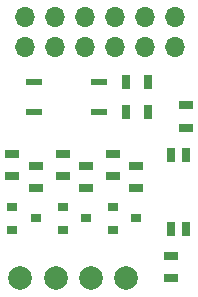
<source format=gts>
G04 #@! TF.GenerationSoftware,KiCad,Pcbnew,(5.1.7)-1*
G04 #@! TF.CreationDate,2022-03-16T13:26:47+01:00*
G04 #@! TF.ProjectId,bluetooth-board,626c7565-746f-46f7-9468-2d626f617264,rev?*
G04 #@! TF.SameCoordinates,Original*
G04 #@! TF.FileFunction,Soldermask,Top*
G04 #@! TF.FilePolarity,Negative*
%FSLAX46Y46*%
G04 Gerber Fmt 4.6, Leading zero omitted, Abs format (unit mm)*
G04 Created by KiCad (PCBNEW (5.1.7)-1) date 2022-03-16 13:26:47*
%MOMM*%
%LPD*%
G01*
G04 APERTURE LIST*
%ADD10R,0.800000X1.300000*%
%ADD11R,1.450000X0.550000*%
%ADD12R,0.700000X1.300000*%
%ADD13C,2.000000*%
%ADD14R,1.300000X0.700000*%
%ADD15R,0.900000X0.800000*%
%ADD16O,1.700000X1.700000*%
G04 APERTURE END LIST*
D10*
X31140000Y-35150000D03*
X29860000Y-35150000D03*
X29860000Y-28850000D03*
X31140000Y-28850000D03*
D11*
X23750000Y-25270000D03*
X23750000Y-22730000D03*
X18250000Y-22730000D03*
X18250000Y-25270000D03*
D12*
X26050000Y-25270000D03*
X27950000Y-25270000D03*
D13*
X26100000Y-39310000D03*
X23100000Y-39310000D03*
X20100000Y-39310000D03*
X17100000Y-39310000D03*
D14*
X29860000Y-39310000D03*
X29860000Y-37410000D03*
X31140000Y-24690000D03*
X31140000Y-26590000D03*
D12*
X26050000Y-22730000D03*
X27950000Y-22730000D03*
D14*
X26950000Y-31700000D03*
X26950000Y-29800000D03*
X24950000Y-30700000D03*
X24950000Y-28800000D03*
X22700000Y-31700000D03*
X22700000Y-29800000D03*
X20700000Y-30700000D03*
X20700000Y-28800000D03*
X18450000Y-31700000D03*
X18450000Y-29800000D03*
X16450000Y-30700000D03*
X16450000Y-28800000D03*
D15*
X24950000Y-33300000D03*
X24950000Y-35200000D03*
X26950000Y-34250000D03*
X20700000Y-33300000D03*
X20700000Y-35200000D03*
X22700000Y-34250000D03*
X16450000Y-33300000D03*
X16450000Y-35200000D03*
X18450000Y-34250000D03*
D16*
X17500000Y-19750000D03*
X17500000Y-17210000D03*
X20040000Y-19750000D03*
X20040000Y-17210000D03*
X22580000Y-19750000D03*
X22580000Y-17210000D03*
X25120000Y-19750000D03*
X25120000Y-17210000D03*
X27660000Y-19750000D03*
X27660000Y-17210000D03*
X30200000Y-19750000D03*
X30200000Y-17210000D03*
M02*

</source>
